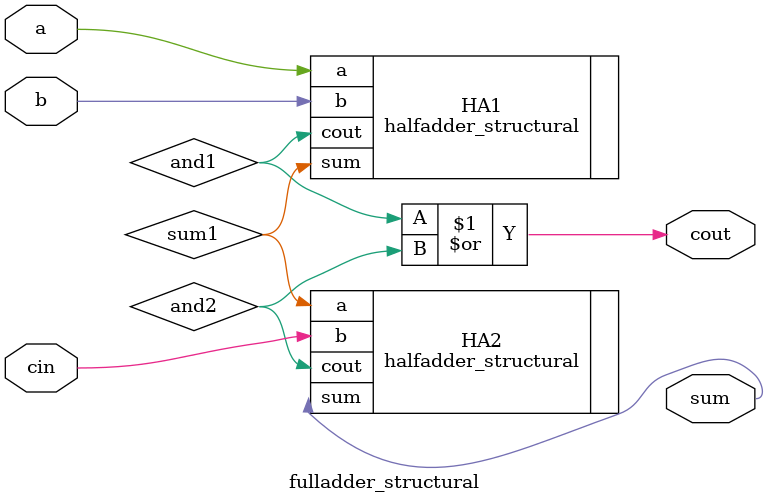
<source format=v>
module fulladder_structural(
	input a,
	input b,
	input cin,
	output sum,
	output cout
	);
	
	wire sum1;
	wire and1;
	wire and2;
	
	
	halfadder_structural HA1( 
	     .a(a),
		 .b(b),
		 .sum(sum1),
		 .cout(and1)
		 );
		 
	
	halfadder_structural HA2 (
		 .a(sum1),
		 .b(cin),
		 .sum(sum),
		 .cout(and2)
		 );
		 
	or (cout,and1,and2);
	
endmodule
</source>
